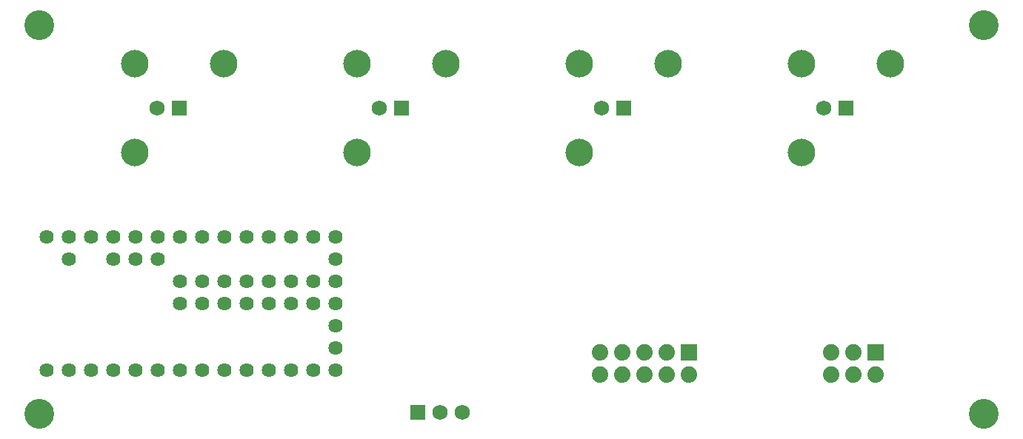
<source format=gbr>
G04 #@! TF.FileFunction,Soldermask,Top*
%FSLAX46Y46*%
G04 Gerber Fmt 4.6, Leading zero omitted, Abs format (unit mm)*
G04 Created by KiCad (PCBNEW 4.0.7-e2-6376~58~ubuntu16.04.1) date Wed Jan 17 11:07:31 2018*
%MOMM*%
%LPD*%
G01*
G04 APERTURE LIST*
%ADD10C,0.100000*%
%ADD11R,1.879600X1.879600*%
%ADD12C,1.879600*%
%ADD13C,3.149600*%
%ADD14R,1.752600X1.752600*%
%ADD15C,1.752600*%
%ADD16C,3.403600*%
%ADD17C,1.625600*%
G04 APERTURE END LIST*
D10*
D11*
X128270000Y-91440000D03*
D12*
X128270000Y-93980000D03*
X125730000Y-91440000D03*
X125730000Y-93980000D03*
X123190000Y-91440000D03*
X123190000Y-93980000D03*
X120650000Y-91440000D03*
X120650000Y-93980000D03*
X118110000Y-91440000D03*
X118110000Y-93980000D03*
D11*
X149606000Y-91440000D03*
D12*
X149606000Y-93980000D03*
X147066000Y-91440000D03*
X147066000Y-93980000D03*
X144526000Y-91440000D03*
X144526000Y-93980000D03*
D13*
X64897000Y-58420000D03*
X75057000Y-58420000D03*
D14*
X69977000Y-63500000D03*
D15*
X67437000Y-63500000D03*
D13*
X64897000Y-68580000D03*
X90297000Y-58420000D03*
X100457000Y-58420000D03*
D14*
X95377000Y-63500000D03*
D15*
X92837000Y-63500000D03*
D13*
X90297000Y-68580000D03*
X115697000Y-58420000D03*
X125857000Y-58420000D03*
D14*
X120777000Y-63500000D03*
D15*
X118237000Y-63500000D03*
D13*
X115697000Y-68580000D03*
X141097000Y-58420000D03*
X151257000Y-58420000D03*
D14*
X146177000Y-63500000D03*
D15*
X143637000Y-63500000D03*
D13*
X141097000Y-68580000D03*
D16*
X53975000Y-53975000D03*
X161925000Y-53975000D03*
X53975000Y-98425000D03*
X161925000Y-98425000D03*
D17*
X54864000Y-93472000D03*
X57404000Y-93472000D03*
X59944000Y-93472000D03*
X62484000Y-93472000D03*
X65024000Y-93472000D03*
X67564000Y-93472000D03*
X70104000Y-93472000D03*
X72644000Y-93472000D03*
X75184000Y-93472000D03*
X77724000Y-93472000D03*
X80264000Y-93472000D03*
X82804000Y-93472000D03*
X85344000Y-93472000D03*
X87884000Y-93472000D03*
X87884000Y-90932000D03*
X87884000Y-88392000D03*
X87884000Y-85852000D03*
X87884000Y-83312000D03*
X87884000Y-80772000D03*
X87884000Y-78232000D03*
X85344000Y-78232000D03*
X82804000Y-78232000D03*
X80264000Y-78232000D03*
X77724000Y-78232000D03*
X75184000Y-78232000D03*
X72644000Y-78232000D03*
X70104000Y-78232000D03*
X67564000Y-78232000D03*
X65024000Y-78232000D03*
X62484000Y-78232000D03*
X59944000Y-78232000D03*
X57404000Y-78232000D03*
X54864000Y-78232000D03*
X70104000Y-85852000D03*
X72644000Y-85852000D03*
X75184000Y-85852000D03*
X77724000Y-85852000D03*
X80264000Y-85852000D03*
X82804000Y-85852000D03*
X85344000Y-85852000D03*
X85344000Y-83312000D03*
X82804000Y-83312000D03*
X80264000Y-83312000D03*
X77724000Y-83312000D03*
X75184000Y-83312000D03*
X72644000Y-83312000D03*
X70104000Y-83312000D03*
X67564000Y-80772000D03*
X65024000Y-80772000D03*
X62484000Y-80772000D03*
X57404000Y-80772000D03*
D14*
X97282000Y-98298000D03*
D15*
X99822000Y-98298000D03*
X102362000Y-98298000D03*
M02*

</source>
